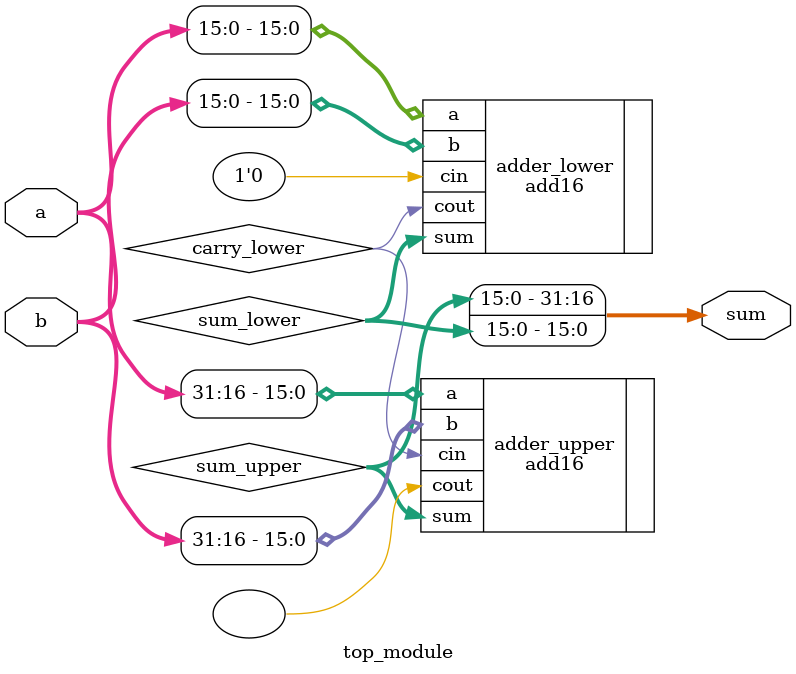
<source format=v>
module top_module (
    input wire [31:0] a,
    input wire [31:0] b,
    output wire [31:0] sum
);
    wire [15:0] sum_lower;
    wire [15:0] sum_upper;
    wire carry_lower;
    
    // Instantiate the first 16-bit adder for the lower 16 bits
    add16 adder_lower (
        .a(a[15:0]),
        .b(b[15:0]),
        .cin(1'b0),
        .sum(sum_lower),
        .cout(carry_lower)
    );
    
    // Instantiate the second 16-bit adder for the upper 16 bits
    add16 adder_upper (
        .a(a[31:16]),
        .b(b[31:16]),
        .cin(carry_lower),
        .sum(sum_upper),
        .cout() // Carry-out from the upper adder is not needed in this case
    );

    // Concatenate the results to form the final 32-bit sum
    assign sum = {sum_upper, sum_lower};
endmodule
</source>
